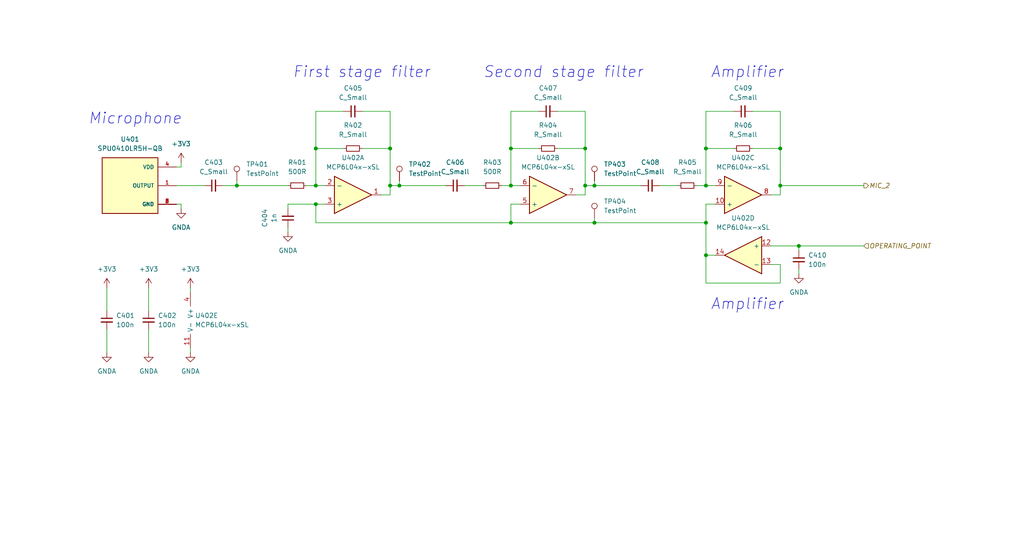
<source format=kicad_sch>
(kicad_sch (version 20211123) (generator eeschema)

  (uuid b4df7f51-da79-4a99-b073-bf34607d349d)

  (paper "User" 280.01 150.012)

  (lib_symbols
    (symbol "Amplifier_Operational:MCP6L04x-xSL" (in_bom yes) (on_board yes)
      (property "Reference" "U" (id 0) (at 0 3.81 0)
        (effects (font (size 1.27 1.27)) (justify left))
      )
      (property "Value" "MCP6L04x-xSL" (id 1) (at 0 -3.81 0)
        (effects (font (size 1.27 1.27)) (justify left))
      )
      (property "Footprint" "Package_SO:SOIC-14_3.9x8.7mm_P1.27mm" (id 2) (at 0 0 0)
        (effects (font (size 1.27 1.27)) hide)
      )
      (property "Datasheet" "http://ww1.microchip.com/downloads/en/devicedoc/22140b.pdf" (id 3) (at 0 0 0)
        (effects (font (size 1.27 1.27)) hide)
      )
      (property "ki_locked" "" (id 4) (at 0 0 0)
        (effects (font (size 1.27 1.27)))
      )
      (property "ki_keywords" "opamp vfa r2r rtr" (id 5) (at 0 0 0)
        (effects (font (size 1.27 1.27)) hide)
      )
      (property "ki_description" "Quad, 1 MHz, 85µA, Rail-to-Rail input and output, SOIC-14" (id 6) (at 0 0 0)
        (effects (font (size 1.27 1.27)) hide)
      )
      (property "ki_fp_filters" "SOIC*3.9x8.7mm*P1.27mm*" (id 7) (at 0 0 0)
        (effects (font (size 1.27 1.27)) hide)
      )
      (symbol "MCP6L04x-xSL_1_1"
        (polyline
          (pts
            (xy -5.08 5.08)
            (xy 5.08 0)
            (xy -5.08 -5.08)
            (xy -5.08 5.08)
          )
          (stroke (width 0.254) (type default) (color 0 0 0 0))
          (fill (type background))
        )
        (pin output line (at 7.62 0 180) (length 2.54)
          (name "~" (effects (font (size 1.27 1.27))))
          (number "1" (effects (font (size 1.27 1.27))))
        )
        (pin input line (at -7.62 -2.54 0) (length 2.54)
          (name "-" (effects (font (size 1.27 1.27))))
          (number "2" (effects (font (size 1.27 1.27))))
        )
        (pin input line (at -7.62 2.54 0) (length 2.54)
          (name "+" (effects (font (size 1.27 1.27))))
          (number "3" (effects (font (size 1.27 1.27))))
        )
      )
      (symbol "MCP6L04x-xSL_2_1"
        (polyline
          (pts
            (xy -5.08 5.08)
            (xy 5.08 0)
            (xy -5.08 -5.08)
            (xy -5.08 5.08)
          )
          (stroke (width 0.254) (type default) (color 0 0 0 0))
          (fill (type background))
        )
        (pin input line (at -7.62 2.54 0) (length 2.54)
          (name "+" (effects (font (size 1.27 1.27))))
          (number "5" (effects (font (size 1.27 1.27))))
        )
        (pin input line (at -7.62 -2.54 0) (length 2.54)
          (name "-" (effects (font (size 1.27 1.27))))
          (number "6" (effects (font (size 1.27 1.27))))
        )
        (pin output line (at 7.62 0 180) (length 2.54)
          (name "~" (effects (font (size 1.27 1.27))))
          (number "7" (effects (font (size 1.27 1.27))))
        )
      )
      (symbol "MCP6L04x-xSL_3_1"
        (polyline
          (pts
            (xy -5.08 5.08)
            (xy 5.08 0)
            (xy -5.08 -5.08)
            (xy -5.08 5.08)
          )
          (stroke (width 0.254) (type default) (color 0 0 0 0))
          (fill (type background))
        )
        (pin input line (at -7.62 2.54 0) (length 2.54)
          (name "+" (effects (font (size 1.27 1.27))))
          (number "10" (effects (font (size 1.27 1.27))))
        )
        (pin output line (at 7.62 0 180) (length 2.54)
          (name "~" (effects (font (size 1.27 1.27))))
          (number "8" (effects (font (size 1.27 1.27))))
        )
        (pin input line (at -7.62 -2.54 0) (length 2.54)
          (name "-" (effects (font (size 1.27 1.27))))
          (number "9" (effects (font (size 1.27 1.27))))
        )
      )
      (symbol "MCP6L04x-xSL_4_1"
        (polyline
          (pts
            (xy -5.08 5.08)
            (xy 5.08 0)
            (xy -5.08 -5.08)
            (xy -5.08 5.08)
          )
          (stroke (width 0.254) (type default) (color 0 0 0 0))
          (fill (type background))
        )
        (pin input line (at -7.62 2.54 0) (length 2.54)
          (name "+" (effects (font (size 1.27 1.27))))
          (number "12" (effects (font (size 1.27 1.27))))
        )
        (pin input line (at -7.62 -2.54 0) (length 2.54)
          (name "-" (effects (font (size 1.27 1.27))))
          (number "13" (effects (font (size 1.27 1.27))))
        )
        (pin output line (at 7.62 0 180) (length 2.54)
          (name "~" (effects (font (size 1.27 1.27))))
          (number "14" (effects (font (size 1.27 1.27))))
        )
      )
      (symbol "MCP6L04x-xSL_5_1"
        (pin power_in line (at -2.54 -7.62 90) (length 3.81)
          (name "V-" (effects (font (size 1.27 1.27))))
          (number "11" (effects (font (size 1.27 1.27))))
        )
        (pin power_in line (at -2.54 7.62 270) (length 3.81)
          (name "V+" (effects (font (size 1.27 1.27))))
          (number "4" (effects (font (size 1.27 1.27))))
        )
      )
    )
    (symbol "Connector:TestPoint" (pin_numbers hide) (pin_names (offset 0.762) hide) (in_bom yes) (on_board yes)
      (property "Reference" "TP" (id 0) (at 0 6.858 0)
        (effects (font (size 1.27 1.27)))
      )
      (property "Value" "TestPoint" (id 1) (at 0 5.08 0)
        (effects (font (size 1.27 1.27)))
      )
      (property "Footprint" "" (id 2) (at 5.08 0 0)
        (effects (font (size 1.27 1.27)) hide)
      )
      (property "Datasheet" "~" (id 3) (at 5.08 0 0)
        (effects (font (size 1.27 1.27)) hide)
      )
      (property "ki_keywords" "test point tp" (id 4) (at 0 0 0)
        (effects (font (size 1.27 1.27)) hide)
      )
      (property "ki_description" "test point" (id 5) (at 0 0 0)
        (effects (font (size 1.27 1.27)) hide)
      )
      (property "ki_fp_filters" "Pin* Test*" (id 6) (at 0 0 0)
        (effects (font (size 1.27 1.27)) hide)
      )
      (symbol "TestPoint_0_1"
        (circle (center 0 3.302) (radius 0.762)
          (stroke (width 0) (type default) (color 0 0 0 0))
          (fill (type none))
        )
      )
      (symbol "TestPoint_1_1"
        (pin passive line (at 0 0 90) (length 2.54)
          (name "1" (effects (font (size 1.27 1.27))))
          (number "1" (effects (font (size 1.27 1.27))))
        )
      )
    )
    (symbol "Device:C_Small" (pin_numbers hide) (pin_names (offset 0.254) hide) (in_bom yes) (on_board yes)
      (property "Reference" "C" (id 0) (at 0.254 1.778 0)
        (effects (font (size 1.27 1.27)) (justify left))
      )
      (property "Value" "C_Small" (id 1) (at 0.254 -2.032 0)
        (effects (font (size 1.27 1.27)) (justify left))
      )
      (property "Footprint" "" (id 2) (at 0 0 0)
        (effects (font (size 1.27 1.27)) hide)
      )
      (property "Datasheet" "~" (id 3) (at 0 0 0)
        (effects (font (size 1.27 1.27)) hide)
      )
      (property "ki_keywords" "capacitor cap" (id 4) (at 0 0 0)
        (effects (font (size 1.27 1.27)) hide)
      )
      (property "ki_description" "Unpolarized capacitor, small symbol" (id 5) (at 0 0 0)
        (effects (font (size 1.27 1.27)) hide)
      )
      (property "ki_fp_filters" "C_*" (id 6) (at 0 0 0)
        (effects (font (size 1.27 1.27)) hide)
      )
      (symbol "C_Small_0_1"
        (polyline
          (pts
            (xy -1.524 -0.508)
            (xy 1.524 -0.508)
          )
          (stroke (width 0.3302) (type default) (color 0 0 0 0))
          (fill (type none))
        )
        (polyline
          (pts
            (xy -1.524 0.508)
            (xy 1.524 0.508)
          )
          (stroke (width 0.3048) (type default) (color 0 0 0 0))
          (fill (type none))
        )
      )
      (symbol "C_Small_1_1"
        (pin passive line (at 0 2.54 270) (length 2.032)
          (name "~" (effects (font (size 1.27 1.27))))
          (number "1" (effects (font (size 1.27 1.27))))
        )
        (pin passive line (at 0 -2.54 90) (length 2.032)
          (name "~" (effects (font (size 1.27 1.27))))
          (number "2" (effects (font (size 1.27 1.27))))
        )
      )
    )
    (symbol "Device:R_Small" (pin_numbers hide) (pin_names (offset 0.254) hide) (in_bom yes) (on_board yes)
      (property "Reference" "R" (id 0) (at 0.762 0.508 0)
        (effects (font (size 1.27 1.27)) (justify left))
      )
      (property "Value" "R_Small" (id 1) (at 0.762 -1.016 0)
        (effects (font (size 1.27 1.27)) (justify left))
      )
      (property "Footprint" "" (id 2) (at 0 0 0)
        (effects (font (size 1.27 1.27)) hide)
      )
      (property "Datasheet" "~" (id 3) (at 0 0 0)
        (effects (font (size 1.27 1.27)) hide)
      )
      (property "ki_keywords" "R resistor" (id 4) (at 0 0 0)
        (effects (font (size 1.27 1.27)) hide)
      )
      (property "ki_description" "Resistor, small symbol" (id 5) (at 0 0 0)
        (effects (font (size 1.27 1.27)) hide)
      )
      (property "ki_fp_filters" "R_*" (id 6) (at 0 0 0)
        (effects (font (size 1.27 1.27)) hide)
      )
      (symbol "R_Small_0_1"
        (rectangle (start -0.762 1.778) (end 0.762 -1.778)
          (stroke (width 0.2032) (type default) (color 0 0 0 0))
          (fill (type none))
        )
      )
      (symbol "R_Small_1_1"
        (pin passive line (at 0 2.54 270) (length 0.762)
          (name "~" (effects (font (size 1.27 1.27))))
          (number "1" (effects (font (size 1.27 1.27))))
        )
        (pin passive line (at 0 -2.54 90) (length 0.762)
          (name "~" (effects (font (size 1.27 1.27))))
          (number "2" (effects (font (size 1.27 1.27))))
        )
      )
    )
    (symbol "SPU0410LR5H-QB:SPU0410LR5H-QB" (pin_names (offset 1.016)) (in_bom yes) (on_board yes)
      (property "Reference" "U" (id 0) (at -7.62 7.62 0)
        (effects (font (size 1.27 1.27)) (justify left bottom))
      )
      (property "Value" "SPU0410LR5H-QB" (id 1) (at -7.62 -10.16 0)
        (effects (font (size 1.27 1.27)) (justify left bottom))
      )
      (property "Footprint" "XDCR_SPU0410LR5H-QB" (id 2) (at 0 0 0)
        (effects (font (size 1.27 1.27)) (justify left bottom) hide)
      )
      (property "Datasheet" "" (id 3) (at 0 0 0)
        (effects (font (size 1.27 1.27)) (justify left bottom) hide)
      )
      (property "PARTREV" "H" (id 4) (at 0 0 0)
        (effects (font (size 1.27 1.27)) (justify left bottom) hide)
      )
      (property "STANDARD" "Manufacturer Recommendations" (id 5) (at 0 0 0)
        (effects (font (size 1.27 1.27)) (justify left bottom) hide)
      )
      (property "MANUFACTURER" "KNOWLES" (id 6) (at 0 0 0)
        (effects (font (size 1.27 1.27)) (justify left bottom) hide)
      )
      (property "ki_locked" "" (id 7) (at 0 0 0)
        (effects (font (size 1.27 1.27)))
      )
      (symbol "SPU0410LR5H-QB_0_0"
        (rectangle (start -7.62 -7.62) (end 7.62 7.62)
          (stroke (width 0.254) (type default) (color 0 0 0 0))
          (fill (type background))
        )
        (pin output line (at 12.7 0 180) (length 5.08)
          (name "OUTPUT" (effects (font (size 1.016 1.016))))
          (number "1" (effects (font (size 1.016 1.016))))
        )
        (pin power_in line (at 12.7 -5.08 180) (length 5.08)
          (name "GND" (effects (font (size 1.016 1.016))))
          (number "2" (effects (font (size 1.016 1.016))))
        )
        (pin power_in line (at 12.7 -5.08 180) (length 5.08)
          (name "GND" (effects (font (size 1.016 1.016))))
          (number "3" (effects (font (size 1.016 1.016))))
        )
        (pin power_in line (at 12.7 5.08 180) (length 5.08)
          (name "VDD" (effects (font (size 1.016 1.016))))
          (number "4" (effects (font (size 1.016 1.016))))
        )
        (pin power_in line (at 12.7 -5.08 180) (length 5.08)
          (name "GND" (effects (font (size 1.016 1.016))))
          (number "5" (effects (font (size 1.016 1.016))))
        )
        (pin power_in line (at 12.7 -5.08 180) (length 5.08)
          (name "GND" (effects (font (size 1.016 1.016))))
          (number "6" (effects (font (size 1.016 1.016))))
        )
      )
    )
    (symbol "power:+3V3" (power) (pin_names (offset 0)) (in_bom yes) (on_board yes)
      (property "Reference" "#PWR" (id 0) (at 0 -3.81 0)
        (effects (font (size 1.27 1.27)) hide)
      )
      (property "Value" "+3V3" (id 1) (at 0 3.556 0)
        (effects (font (size 1.27 1.27)))
      )
      (property "Footprint" "" (id 2) (at 0 0 0)
        (effects (font (size 1.27 1.27)) hide)
      )
      (property "Datasheet" "" (id 3) (at 0 0 0)
        (effects (font (size 1.27 1.27)) hide)
      )
      (property "ki_keywords" "power-flag" (id 4) (at 0 0 0)
        (effects (font (size 1.27 1.27)) hide)
      )
      (property "ki_description" "Power symbol creates a global label with name \"+3V3\"" (id 5) (at 0 0 0)
        (effects (font (size 1.27 1.27)) hide)
      )
      (symbol "+3V3_0_1"
        (polyline
          (pts
            (xy -0.762 1.27)
            (xy 0 2.54)
          )
          (stroke (width 0) (type default) (color 0 0 0 0))
          (fill (type none))
        )
        (polyline
          (pts
            (xy 0 0)
            (xy 0 2.54)
          )
          (stroke (width 0) (type default) (color 0 0 0 0))
          (fill (type none))
        )
        (polyline
          (pts
            (xy 0 2.54)
            (xy 0.762 1.27)
          )
          (stroke (width 0) (type default) (color 0 0 0 0))
          (fill (type none))
        )
      )
      (symbol "+3V3_1_1"
        (pin power_in line (at 0 0 90) (length 0) hide
          (name "+3V3" (effects (font (size 1.27 1.27))))
          (number "1" (effects (font (size 1.27 1.27))))
        )
      )
    )
    (symbol "power:GNDA" (power) (pin_names (offset 0)) (in_bom yes) (on_board yes)
      (property "Reference" "#PWR" (id 0) (at 0 -6.35 0)
        (effects (font (size 1.27 1.27)) hide)
      )
      (property "Value" "GNDA" (id 1) (at 0 -3.81 0)
        (effects (font (size 1.27 1.27)))
      )
      (property "Footprint" "" (id 2) (at 0 0 0)
        (effects (font (size 1.27 1.27)) hide)
      )
      (property "Datasheet" "" (id 3) (at 0 0 0)
        (effects (font (size 1.27 1.27)) hide)
      )
      (property "ki_keywords" "power-flag" (id 4) (at 0 0 0)
        (effects (font (size 1.27 1.27)) hide)
      )
      (property "ki_description" "Power symbol creates a global label with name \"GNDA\" , analog ground" (id 5) (at 0 0 0)
        (effects (font (size 1.27 1.27)) hide)
      )
      (symbol "GNDA_0_1"
        (polyline
          (pts
            (xy 0 0)
            (xy 0 -1.27)
            (xy 1.27 -1.27)
            (xy 0 -2.54)
            (xy -1.27 -1.27)
            (xy 0 -1.27)
          )
          (stroke (width 0) (type default) (color 0 0 0 0))
          (fill (type none))
        )
      )
      (symbol "GNDA_1_1"
        (pin power_in line (at 0 0 270) (length 0) hide
          (name "GNDA" (effects (font (size 1.27 1.27))))
          (number "1" (effects (font (size 1.27 1.27))))
        )
      )
    )
  )

  (junction (at 106.68 50.8) (diameter 0) (color 0 0 0 0)
    (uuid 054bd1f0-b5cd-4979-9dfb-0322e8f200f4)
  )
  (junction (at 64.77 50.8) (diameter 0) (color 0 0 0 0)
    (uuid 08208a5c-1341-4769-9ddf-e43521b9ea65)
  )
  (junction (at 139.7 60.96) (diameter 0) (color 0 0 0 0)
    (uuid 0c01df56-88ee-4122-8847-5a8e91a66f31)
  )
  (junction (at 86.36 55.88) (diameter 0) (color 0 0 0 0)
    (uuid 234b416c-1384-4270-84b5-fbbf272e7eac)
  )
  (junction (at 162.56 60.96) (diameter 0) (color 0 0 0 0)
    (uuid 2bd42f69-3898-4b40-8fa0-a7ba2ab2be40)
  )
  (junction (at 193.04 60.96) (diameter 0) (color 0 0 0 0)
    (uuid 3859ce6e-2d34-4ecc-95ae-2bfab3acd23f)
  )
  (junction (at 213.36 50.8) (diameter 0) (color 0 0 0 0)
    (uuid 56216422-1f0c-4232-a090-61440769fd93)
  )
  (junction (at 139.7 40.64) (diameter 0) (color 0 0 0 0)
    (uuid 5ab560ed-54c1-48b8-8688-c4285e5e5f98)
  )
  (junction (at 86.36 40.64) (diameter 0) (color 0 0 0 0)
    (uuid 5ee9988b-e869-493e-a0d1-d3e7139a0dac)
  )
  (junction (at 218.44 67.31) (diameter 0) (color 0 0 0 0)
    (uuid 63f8666a-8ad0-4dca-8251-9e85b0c02cba)
  )
  (junction (at 193.04 50.8) (diameter 0) (color 0 0 0 0)
    (uuid 7a625463-40c0-4bbb-a9b0-a57463813032)
  )
  (junction (at 86.36 50.8) (diameter 0) (color 0 0 0 0)
    (uuid 875bfb39-4c8e-4239-a734-d6f3b44f34bb)
  )
  (junction (at 162.56 50.8) (diameter 0) (color 0 0 0 0)
    (uuid 9e68aea8-8189-4f8d-ba3b-70cda7952f36)
  )
  (junction (at 160.02 40.64) (diameter 0) (color 0 0 0 0)
    (uuid a17cd8ed-6489-401d-a3cd-135d651d17a9)
  )
  (junction (at 106.68 40.64) (diameter 0) (color 0 0 0 0)
    (uuid c0391892-fa9f-4566-ba31-fc77309f60df)
  )
  (junction (at 139.7 50.8) (diameter 0) (color 0 0 0 0)
    (uuid ce24abb0-0c7b-4dc9-bc6f-4651181f036f)
  )
  (junction (at 160.02 50.8) (diameter 0) (color 0 0 0 0)
    (uuid db2d6b23-fc74-442a-9beb-9462f00c49aa)
  )
  (junction (at 193.04 69.85) (diameter 0) (color 0 0 0 0)
    (uuid eb019787-2b81-4e24-b0ca-d6c3c9b2dfb6)
  )
  (junction (at 213.36 40.64) (diameter 0) (color 0 0 0 0)
    (uuid f68396ba-4ede-412e-9ae8-045d05c539e2)
  )
  (junction (at 193.04 40.64) (diameter 0) (color 0 0 0 0)
    (uuid fa1fdbf9-4f16-44cd-80c0-c5a6da57255d)
  )
  (junction (at 109.22 50.8) (diameter 0) (color 0 0 0 0)
    (uuid fa4a656c-b3b1-4c92-8f3b-013535a52ac8)
  )

  (wire (pts (xy 139.7 40.64) (xy 139.7 50.8))
    (stroke (width 0) (type default) (color 0 0 0 0))
    (uuid 00c58a7c-2d40-41f2-bd49-b963dd12e583)
  )
  (wire (pts (xy 193.04 40.64) (xy 193.04 50.8))
    (stroke (width 0) (type default) (color 0 0 0 0))
    (uuid 04d24347-5972-41ef-908b-fb50087fb4fd)
  )
  (wire (pts (xy 213.36 50.8) (xy 236.22 50.8))
    (stroke (width 0) (type default) (color 0 0 0 0))
    (uuid 07796c13-92cc-4bb0-bfbf-6f6a4881788b)
  )
  (wire (pts (xy 29.21 78.74) (xy 29.21 85.09))
    (stroke (width 0) (type default) (color 0 0 0 0))
    (uuid 079298df-b6eb-4f73-8554-40250d909f06)
  )
  (wire (pts (xy 193.04 50.8) (xy 195.58 50.8))
    (stroke (width 0) (type default) (color 0 0 0 0))
    (uuid 07f6fa83-cb33-4a85-ba45-9e5c5f463d7c)
  )
  (wire (pts (xy 193.04 30.48) (xy 193.04 40.64))
    (stroke (width 0) (type default) (color 0 0 0 0))
    (uuid 084f59df-db99-43fd-830f-be258072c469)
  )
  (wire (pts (xy 190.5 50.8) (xy 193.04 50.8))
    (stroke (width 0) (type default) (color 0 0 0 0))
    (uuid 0a7a5bc3-2a5c-4508-83eb-d70369dc1f53)
  )
  (wire (pts (xy 152.4 40.64) (xy 160.02 40.64))
    (stroke (width 0) (type default) (color 0 0 0 0))
    (uuid 0fc82492-9f4d-478a-b18a-1bd15cd43df7)
  )
  (wire (pts (xy 210.82 72.39) (xy 213.36 72.39))
    (stroke (width 0) (type default) (color 0 0 0 0))
    (uuid 11bffa58-35b9-4252-af15-5cf2e2b0afd2)
  )
  (wire (pts (xy 152.4 30.48) (xy 160.02 30.48))
    (stroke (width 0) (type default) (color 0 0 0 0))
    (uuid 13e6a959-a637-4dc7-8985-15e3ca9c430f)
  )
  (wire (pts (xy 48.26 50.8) (xy 55.88 50.8))
    (stroke (width 0) (type default) (color 0 0 0 0))
    (uuid 16bd8d30-508f-4fdd-b0b4-d3a0e20d20a5)
  )
  (wire (pts (xy 162.56 59.69) (xy 162.56 60.96))
    (stroke (width 0) (type default) (color 0 0 0 0))
    (uuid 1e903460-7673-4db6-9302-4e4135a143b2)
  )
  (wire (pts (xy 109.22 50.8) (xy 121.92 50.8))
    (stroke (width 0) (type default) (color 0 0 0 0))
    (uuid 2305ea45-1454-43a4-bfe9-70874f4312a5)
  )
  (wire (pts (xy 142.24 55.88) (xy 139.7 55.88))
    (stroke (width 0) (type default) (color 0 0 0 0))
    (uuid 23819040-abe5-4bcb-a0e4-ddfbcba79cfb)
  )
  (wire (pts (xy 193.04 55.88) (xy 193.04 60.96))
    (stroke (width 0) (type default) (color 0 0 0 0))
    (uuid 2a1cc025-a76c-4988-a8c8-2a584cd4e39d)
  )
  (wire (pts (xy 147.32 30.48) (xy 139.7 30.48))
    (stroke (width 0) (type default) (color 0 0 0 0))
    (uuid 2a9a88ea-ccd5-45d4-958f-0238bb185f36)
  )
  (wire (pts (xy 93.98 40.64) (xy 86.36 40.64))
    (stroke (width 0) (type default) (color 0 0 0 0))
    (uuid 2ad3c59d-a068-4b17-9a74-362713b428b3)
  )
  (wire (pts (xy 213.36 40.64) (xy 213.36 50.8))
    (stroke (width 0) (type default) (color 0 0 0 0))
    (uuid 30e2e7a9-59d2-49d8-a7e1-0d0ab416e008)
  )
  (wire (pts (xy 193.04 69.85) (xy 195.58 69.85))
    (stroke (width 0) (type default) (color 0 0 0 0))
    (uuid 31a42512-d4bb-4151-8070-3c04df723e70)
  )
  (wire (pts (xy 64.77 49.53) (xy 64.77 50.8))
    (stroke (width 0) (type default) (color 0 0 0 0))
    (uuid 32e5ef1c-8028-4dc6-be39-55636e3d298d)
  )
  (wire (pts (xy 200.66 40.64) (xy 193.04 40.64))
    (stroke (width 0) (type default) (color 0 0 0 0))
    (uuid 3c4c0d9b-5dd6-4407-9b37-f64256c6115f)
  )
  (wire (pts (xy 86.36 30.48) (xy 86.36 40.64))
    (stroke (width 0) (type default) (color 0 0 0 0))
    (uuid 402493dd-91a1-4465-98a0-79bee745fdb3)
  )
  (wire (pts (xy 93.98 30.48) (xy 86.36 30.48))
    (stroke (width 0) (type default) (color 0 0 0 0))
    (uuid 43148bb3-ca1e-47f9-8c35-0415561f1e8b)
  )
  (wire (pts (xy 218.44 67.31) (xy 218.44 68.58))
    (stroke (width 0) (type default) (color 0 0 0 0))
    (uuid 44092638-095a-49e1-a6f5-3ae6f1cbcb54)
  )
  (wire (pts (xy 160.02 53.34) (xy 160.02 50.8))
    (stroke (width 0) (type default) (color 0 0 0 0))
    (uuid 4a2bf28c-ffff-44f2-99de-01dc71dc3c90)
  )
  (wire (pts (xy 213.36 72.39) (xy 213.36 77.47))
    (stroke (width 0) (type default) (color 0 0 0 0))
    (uuid 4cb79923-3963-42c3-ba0c-50490d382873)
  )
  (wire (pts (xy 157.48 53.34) (xy 160.02 53.34))
    (stroke (width 0) (type default) (color 0 0 0 0))
    (uuid 513abae2-9007-454a-9154-050a392f40ce)
  )
  (wire (pts (xy 195.58 55.88) (xy 193.04 55.88))
    (stroke (width 0) (type default) (color 0 0 0 0))
    (uuid 5866aec2-42ec-4027-bc13-2b1c8efdc4b8)
  )
  (wire (pts (xy 210.82 67.31) (xy 218.44 67.31))
    (stroke (width 0) (type default) (color 0 0 0 0))
    (uuid 5c27096f-7f9e-4005-9db3-f62d1f0e4567)
  )
  (wire (pts (xy 139.7 60.96) (xy 162.56 60.96))
    (stroke (width 0) (type default) (color 0 0 0 0))
    (uuid 5dca6904-88a1-445a-8a07-0d5e882ef02b)
  )
  (wire (pts (xy 137.16 50.8) (xy 139.7 50.8))
    (stroke (width 0) (type default) (color 0 0 0 0))
    (uuid 6046b116-ce9e-4cfc-b5be-4b1903c633f8)
  )
  (wire (pts (xy 78.74 55.88) (xy 86.36 55.88))
    (stroke (width 0) (type default) (color 0 0 0 0))
    (uuid 61cc14e9-8f20-49ab-9caa-73f54381f8e3)
  )
  (wire (pts (xy 160.02 50.8) (xy 162.56 50.8))
    (stroke (width 0) (type default) (color 0 0 0 0))
    (uuid 679f0eed-f28d-4d4d-8031-99d6803aceb3)
  )
  (wire (pts (xy 160.02 40.64) (xy 160.02 50.8))
    (stroke (width 0) (type default) (color 0 0 0 0))
    (uuid 6854a902-b4e3-4fb6-99db-c9ba6500bb43)
  )
  (wire (pts (xy 162.56 60.96) (xy 193.04 60.96))
    (stroke (width 0) (type default) (color 0 0 0 0))
    (uuid 6b2f5222-506e-42d5-8c2a-f514649cbfd8)
  )
  (wire (pts (xy 106.68 30.48) (xy 106.68 40.64))
    (stroke (width 0) (type default) (color 0 0 0 0))
    (uuid 704a245d-caac-4a54-af22-40a4d3cd4736)
  )
  (wire (pts (xy 60.96 50.8) (xy 64.77 50.8))
    (stroke (width 0) (type default) (color 0 0 0 0))
    (uuid 72400621-f0e8-4f97-80ad-ffab959b2964)
  )
  (wire (pts (xy 86.36 50.8) (xy 88.9 50.8))
    (stroke (width 0) (type default) (color 0 0 0 0))
    (uuid 79cfc3ea-a99a-4231-b143-281ac249d101)
  )
  (wire (pts (xy 200.66 30.48) (xy 193.04 30.48))
    (stroke (width 0) (type default) (color 0 0 0 0))
    (uuid 7bcc93eb-7c66-44aa-81f1-ac62d0704b9b)
  )
  (wire (pts (xy 162.56 49.53) (xy 162.56 50.8))
    (stroke (width 0) (type default) (color 0 0 0 0))
    (uuid 80839d78-ce4a-4403-aefa-cf3f996895d7)
  )
  (wire (pts (xy 127 50.8) (xy 132.08 50.8))
    (stroke (width 0) (type default) (color 0 0 0 0))
    (uuid 835ebb1a-e71a-41a7-b9b9-6e6f1c625eb1)
  )
  (wire (pts (xy 160.02 30.48) (xy 160.02 40.64))
    (stroke (width 0) (type default) (color 0 0 0 0))
    (uuid 8608a3fd-e710-443e-8c9d-34eae17b5614)
  )
  (wire (pts (xy 104.14 53.34) (xy 106.68 53.34))
    (stroke (width 0) (type default) (color 0 0 0 0))
    (uuid 90199faf-e19a-4bda-9819-7d6a2648dab6)
  )
  (wire (pts (xy 78.74 57.15) (xy 78.74 55.88))
    (stroke (width 0) (type default) (color 0 0 0 0))
    (uuid 940f8aaf-e697-498e-8358-d5bdacd4f087)
  )
  (wire (pts (xy 78.74 62.23) (xy 78.74 63.5))
    (stroke (width 0) (type default) (color 0 0 0 0))
    (uuid 962d9ce3-d63c-415b-9f56-a3fa45ce61f5)
  )
  (wire (pts (xy 52.07 95.25) (xy 52.07 96.52))
    (stroke (width 0) (type default) (color 0 0 0 0))
    (uuid 990d7f7d-abc3-4117-ba12-22122a4033b6)
  )
  (wire (pts (xy 205.74 30.48) (xy 213.36 30.48))
    (stroke (width 0) (type default) (color 0 0 0 0))
    (uuid a0488296-bfdd-4f5a-9e8f-533386bbfe44)
  )
  (wire (pts (xy 139.7 50.8) (xy 142.24 50.8))
    (stroke (width 0) (type default) (color 0 0 0 0))
    (uuid a225938f-41db-4e89-a84c-553ca513e84f)
  )
  (wire (pts (xy 83.82 50.8) (xy 86.36 50.8))
    (stroke (width 0) (type default) (color 0 0 0 0))
    (uuid a3a7e06e-4bdc-403f-8ce0-a7d17b7d414b)
  )
  (wire (pts (xy 106.68 50.8) (xy 109.22 50.8))
    (stroke (width 0) (type default) (color 0 0 0 0))
    (uuid a56709d8-34cc-4cbb-a61e-537382644135)
  )
  (wire (pts (xy 64.77 50.8) (xy 78.74 50.8))
    (stroke (width 0) (type default) (color 0 0 0 0))
    (uuid aec8a69d-dcb3-447b-bc71-1f29ae9ed596)
  )
  (wire (pts (xy 139.7 60.96) (xy 86.36 60.96))
    (stroke (width 0) (type default) (color 0 0 0 0))
    (uuid afee2090-1196-49f3-889e-10d9fed44b1f)
  )
  (wire (pts (xy 213.36 30.48) (xy 213.36 40.64))
    (stroke (width 0) (type default) (color 0 0 0 0))
    (uuid b0ed0c06-888c-419b-9812-591714adf85b)
  )
  (wire (pts (xy 99.06 30.48) (xy 106.68 30.48))
    (stroke (width 0) (type default) (color 0 0 0 0))
    (uuid b1dc4450-ef27-4d90-a7df-529680139d47)
  )
  (wire (pts (xy 210.82 53.34) (xy 213.36 53.34))
    (stroke (width 0) (type default) (color 0 0 0 0))
    (uuid b2c06410-d376-475d-b544-f9998d15a9be)
  )
  (wire (pts (xy 193.04 69.85) (xy 193.04 60.96))
    (stroke (width 0) (type default) (color 0 0 0 0))
    (uuid b38d1a55-b538-4503-8b53-94dcda73a80e)
  )
  (wire (pts (xy 193.04 77.47) (xy 193.04 69.85))
    (stroke (width 0) (type default) (color 0 0 0 0))
    (uuid b727183d-e57f-4ee8-b6fc-2e081106ea62)
  )
  (wire (pts (xy 99.06 40.64) (xy 106.68 40.64))
    (stroke (width 0) (type default) (color 0 0 0 0))
    (uuid b89a0bc8-7458-49e2-9b37-ee8630389c38)
  )
  (wire (pts (xy 205.74 40.64) (xy 213.36 40.64))
    (stroke (width 0) (type default) (color 0 0 0 0))
    (uuid bbf40b80-5933-49d9-af09-31ce7846b1bd)
  )
  (wire (pts (xy 29.21 90.17) (xy 29.21 96.52))
    (stroke (width 0) (type default) (color 0 0 0 0))
    (uuid bd161465-0176-427b-96be-b892cb16a21d)
  )
  (wire (pts (xy 180.34 50.8) (xy 185.42 50.8))
    (stroke (width 0) (type default) (color 0 0 0 0))
    (uuid beff5d3b-8fe6-4bc4-b9db-62dbce91741a)
  )
  (wire (pts (xy 40.64 90.17) (xy 40.64 96.52))
    (stroke (width 0) (type default) (color 0 0 0 0))
    (uuid c1f90227-0ef0-4148-b7a3-6111ff4733cf)
  )
  (wire (pts (xy 49.53 55.88) (xy 49.53 57.15))
    (stroke (width 0) (type default) (color 0 0 0 0))
    (uuid c314274e-bfc7-4f59-ae9f-7fdd8ee0f901)
  )
  (wire (pts (xy 106.68 40.64) (xy 106.68 50.8))
    (stroke (width 0) (type default) (color 0 0 0 0))
    (uuid c4f823fb-dde8-4d91-b4d0-7eccd211581e)
  )
  (wire (pts (xy 106.68 53.34) (xy 106.68 50.8))
    (stroke (width 0) (type default) (color 0 0 0 0))
    (uuid cb9e3568-d25f-46f8-aafa-8b39a8dae329)
  )
  (wire (pts (xy 213.36 53.34) (xy 213.36 50.8))
    (stroke (width 0) (type default) (color 0 0 0 0))
    (uuid d4114bbf-70ff-48e6-bec6-5b568f1e5c0f)
  )
  (wire (pts (xy 218.44 73.66) (xy 218.44 74.93))
    (stroke (width 0) (type default) (color 0 0 0 0))
    (uuid d553f479-5486-4d69-95d5-28dd6d0669a8)
  )
  (wire (pts (xy 86.36 60.96) (xy 86.36 55.88))
    (stroke (width 0) (type default) (color 0 0 0 0))
    (uuid d58423a4-34bb-40e9-8684-b4725e9a5012)
  )
  (wire (pts (xy 86.36 55.88) (xy 88.9 55.88))
    (stroke (width 0) (type default) (color 0 0 0 0))
    (uuid dc03ffe8-fb32-4984-a235-e6741baf5b28)
  )
  (wire (pts (xy 49.53 45.72) (xy 49.53 44.45))
    (stroke (width 0) (type default) (color 0 0 0 0))
    (uuid dd3edb02-e74f-4bc9-97e4-7baf1b205724)
  )
  (wire (pts (xy 48.26 45.72) (xy 49.53 45.72))
    (stroke (width 0) (type default) (color 0 0 0 0))
    (uuid e0f531ff-785c-4e02-ba41-236dcc0d7952)
  )
  (wire (pts (xy 218.44 67.31) (xy 236.22 67.31))
    (stroke (width 0) (type default) (color 0 0 0 0))
    (uuid e252633b-7848-4435-953d-eabbe5746061)
  )
  (wire (pts (xy 162.56 50.8) (xy 175.26 50.8))
    (stroke (width 0) (type default) (color 0 0 0 0))
    (uuid e3c67678-ee8f-4b71-8ecd-7b9c67ed283b)
  )
  (wire (pts (xy 52.07 78.74) (xy 52.07 80.01))
    (stroke (width 0) (type default) (color 0 0 0 0))
    (uuid e6f1df14-6035-4a81-8c87-032df243e8e3)
  )
  (wire (pts (xy 213.36 77.47) (xy 193.04 77.47))
    (stroke (width 0) (type default) (color 0 0 0 0))
    (uuid e74cc7c5-e623-4d2f-a9f8-1b2cb71df619)
  )
  (wire (pts (xy 139.7 30.48) (xy 139.7 40.64))
    (stroke (width 0) (type default) (color 0 0 0 0))
    (uuid e8032752-2320-42ce-bbc2-1ee3dc6bc55e)
  )
  (wire (pts (xy 139.7 40.64) (xy 147.32 40.64))
    (stroke (width 0) (type default) (color 0 0 0 0))
    (uuid e8f89432-de20-4018-9cf4-8f0aa9a850cb)
  )
  (wire (pts (xy 40.64 78.74) (xy 40.64 85.09))
    (stroke (width 0) (type default) (color 0 0 0 0))
    (uuid eb4f0797-bcfd-4923-92fe-fe7f6f67070b)
  )
  (wire (pts (xy 48.26 55.88) (xy 49.53 55.88))
    (stroke (width 0) (type default) (color 0 0 0 0))
    (uuid f1203aac-8da8-405f-b82c-afb555046fa1)
  )
  (wire (pts (xy 86.36 40.64) (xy 86.36 50.8))
    (stroke (width 0) (type default) (color 0 0 0 0))
    (uuid f701663c-44ac-4557-afb8-aa71a52a9d3e)
  )
  (wire (pts (xy 139.7 55.88) (xy 139.7 60.96))
    (stroke (width 0) (type default) (color 0 0 0 0))
    (uuid f8040a75-51a5-49a3-b092-b3c65e3bdb26)
  )
  (wire (pts (xy 109.22 49.53) (xy 109.22 50.8))
    (stroke (width 0) (type default) (color 0 0 0 0))
    (uuid fd9adc6a-c35e-4f34-934f-f9786ebdf630)
  )

  (text "Amplifier" (at 194.31 21.59 0)
    (effects (font (size 3 3) italic) (justify left bottom))
    (uuid 1f8b1e39-d8ef-4b93-bd16-a549c8f98d4e)
  )
  (text "Amplifier" (at 194.31 85.09 0)
    (effects (font (size 3 3) italic) (justify left bottom))
    (uuid 6c2a8855-5ea2-493c-bd85-6603ba14731d)
  )
  (text "First stage filter" (at 80.01 21.59 0)
    (effects (font (size 3 3) italic) (justify left bottom))
    (uuid 6c9a5aef-2641-46b6-8913-656926e8a2e1)
  )
  (text "Second stage filter" (at 132.08 21.59 0)
    (effects (font (size 3 3) italic) (justify left bottom))
    (uuid a5b7ee8d-458f-47cf-836e-b942a0d2bd19)
  )
  (text "Microphone" (at 24.13 34.29 0)
    (effects (font (size 3 3) italic) (justify left bottom))
    (uuid b4e31c93-cfca-4420-9cd0-79949d4fb954)
  )

  (hierarchical_label "MIC_2" (shape output) (at 236.22 50.8 0)
    (effects (font (size 1.27 1.27) italic) (justify left))
    (uuid 99f5f0e6-3be0-4245-856c-bf4ca9eb0d8b)
  )
  (hierarchical_label "OPERATING_POINT" (shape input) (at 236.22 67.31 0)
    (effects (font (size 1.27 1.27) italic) (justify left))
    (uuid bce85cbe-72ec-435a-85b7-f7d137994f36)
  )

  (symbol (lib_id "Device:R_Small") (at 149.86 40.64 90) (unit 1)
    (in_bom yes) (on_board yes) (fields_autoplaced)
    (uuid 03b6809e-2af7-4b8b-8710-6abcce4b14fb)
    (property "Reference" "R404" (id 0) (at 149.86 34.29 90))
    (property "Value" "R_Small" (id 1) (at 149.86 36.83 90))
    (property "Footprint" "Resistor_SMD:R_0603_1608Metric" (id 2) (at 149.86 40.64 0)
      (effects (font (size 1.27 1.27)) hide)
    )
    (property "Datasheet" "~" (id 3) (at 149.86 40.64 0)
      (effects (font (size 1.27 1.27)) hide)
    )
    (pin "1" (uuid 0124ce7e-a35f-441b-a2cf-8d67dbce83a0))
    (pin "2" (uuid 1eb6dcb6-9f92-43b2-829c-6f4f803c0d97))
  )

  (symbol (lib_id "Device:C_Small") (at 203.2 30.48 90) (unit 1)
    (in_bom yes) (on_board yes) (fields_autoplaced)
    (uuid 05147851-44ed-4b1f-91aa-b2de848329ad)
    (property "Reference" "C409" (id 0) (at 203.2063 24.13 90))
    (property "Value" "C_Small" (id 1) (at 203.2063 26.67 90))
    (property "Footprint" "Capacitor_SMD:C_0603_1608Metric" (id 2) (at 203.2 30.48 0)
      (effects (font (size 1.27 1.27)) hide)
    )
    (property "Datasheet" "~" (id 3) (at 203.2 30.48 0)
      (effects (font (size 1.27 1.27)) hide)
    )
    (pin "1" (uuid e7c635ce-5027-4d59-81d8-302299abd535))
    (pin "2" (uuid 977877ab-c7c5-47a8-bc7a-9d78c65b4305))
  )

  (symbol (lib_id "power:+3V3") (at 29.21 78.74 0) (unit 1)
    (in_bom yes) (on_board yes) (fields_autoplaced)
    (uuid 0701cc19-1f0d-4673-968b-dc4283fb834f)
    (property "Reference" "#PWR0401" (id 0) (at 29.21 82.55 0)
      (effects (font (size 1.27 1.27)) hide)
    )
    (property "Value" "+3V3" (id 1) (at 29.21 73.66 0))
    (property "Footprint" "" (id 2) (at 29.21 78.74 0)
      (effects (font (size 1.27 1.27)) hide)
    )
    (property "Datasheet" "" (id 3) (at 29.21 78.74 0)
      (effects (font (size 1.27 1.27)) hide)
    )
    (pin "1" (uuid 3ff9dc48-3dea-4a20-aced-4f1257996344))
  )

  (symbol (lib_id "Device:C_Small") (at 218.44 71.12 0) (unit 1)
    (in_bom yes) (on_board yes) (fields_autoplaced)
    (uuid 0b15c320-2afe-4696-8a54-49ca0d2f82fb)
    (property "Reference" "C410" (id 0) (at 220.98 69.8562 0)
      (effects (font (size 1.27 1.27)) (justify left))
    )
    (property "Value" "100n" (id 1) (at 220.98 72.3962 0)
      (effects (font (size 1.27 1.27)) (justify left))
    )
    (property "Footprint" "Capacitor_SMD:C_0603_1608Metric" (id 2) (at 218.44 71.12 0)
      (effects (font (size 1.27 1.27)) hide)
    )
    (property "Datasheet" "~" (id 3) (at 218.44 71.12 0)
      (effects (font (size 1.27 1.27)) hide)
    )
    (pin "1" (uuid ab7d64b0-0ca4-4e59-8202-f0262ceab673))
    (pin "2" (uuid 75d619af-e188-40c4-87ad-95abd57b07a1))
  )

  (symbol (lib_id "Amplifier_Operational:MCP6L04x-xSL") (at 149.86 53.34 0) (mirror x) (unit 2)
    (in_bom yes) (on_board yes) (fields_autoplaced)
    (uuid 0d8826c3-f8ba-4e70-8225-c7600dc2d721)
    (property "Reference" "U402" (id 0) (at 149.86 43.18 0))
    (property "Value" "MCP6L04x-xSL" (id 1) (at 149.86 45.72 0))
    (property "Footprint" "Package_SO:SOIC-14_3.9x8.7mm_P1.27mm" (id 2) (at 149.86 53.34 0)
      (effects (font (size 1.27 1.27)) hide)
    )
    (property "Datasheet" "http://ww1.microchip.com/downloads/en/devicedoc/22140b.pdf" (id 3) (at 149.86 53.34 0)
      (effects (font (size 1.27 1.27)) hide)
    )
    (pin "1" (uuid c8d4b17a-8804-4868-be75-ae53f97e62e5))
    (pin "2" (uuid a1dbbacd-506e-4bcf-ac7c-f0a26b5508cd))
    (pin "3" (uuid 29fcfaaa-28a1-4117-9738-0d76a4299572))
    (pin "5" (uuid 393729be-28ff-4145-a633-0babbe463406))
    (pin "6" (uuid 01bb0ded-26f0-451c-b449-41601bba92b6))
    (pin "7" (uuid dc60e920-8cf2-4aee-8dd6-1cd274f20c66))
    (pin "10" (uuid 2cead038-b8b9-4700-8b9b-4debcdd6a20d))
    (pin "8" (uuid dfa1259d-ec02-4f71-92e7-e317b476c942))
    (pin "9" (uuid 4fe947ab-4c3a-426f-8a1d-dc55a0368240))
    (pin "12" (uuid f56029b1-bd98-489c-b7e2-8e68e3c3aba8))
    (pin "13" (uuid cb93d629-27a6-439c-924a-107d8681ae35))
    (pin "14" (uuid 1efa87f6-cc16-47ff-bf00-80ba7a534914))
    (pin "11" (uuid 7569f999-78e3-4d5e-96f5-030f6c922126))
    (pin "4" (uuid 8ef8f30b-dac5-4a99-8358-e84e8ac709f3))
  )

  (symbol (lib_id "power:GNDA") (at 40.64 96.52 0) (unit 1)
    (in_bom yes) (on_board yes) (fields_autoplaced)
    (uuid 12e295f7-63e0-44e2-88cd-941259e436b0)
    (property "Reference" "#PWR0404" (id 0) (at 40.64 102.87 0)
      (effects (font (size 1.27 1.27)) hide)
    )
    (property "Value" "GNDA" (id 1) (at 40.64 101.6 0))
    (property "Footprint" "" (id 2) (at 40.64 96.52 0)
      (effects (font (size 1.27 1.27)) hide)
    )
    (property "Datasheet" "" (id 3) (at 40.64 96.52 0)
      (effects (font (size 1.27 1.27)) hide)
    )
    (pin "1" (uuid 0b8afb6e-799c-4fb8-aa7d-6959b964d5ad))
  )

  (symbol (lib_id "Connector:TestPoint") (at 64.77 49.53 0) (unit 1)
    (in_bom yes) (on_board yes)
    (uuid 1366357d-691f-4516-b2f2-2a06b9a98ed9)
    (property "Reference" "TP401" (id 0) (at 67.31 44.9579 0)
      (effects (font (size 1.27 1.27)) (justify left))
    )
    (property "Value" "TestPoint" (id 1) (at 67.31 47.4979 0)
      (effects (font (size 1.27 1.27)) (justify left))
    )
    (property "Footprint" "TestPoint:TestPoint_Pad_D1.0mm" (id 2) (at 69.85 49.53 0)
      (effects (font (size 1.27 1.27)) hide)
    )
    (property "Datasheet" "~" (id 3) (at 69.85 49.53 0)
      (effects (font (size 1.27 1.27)) hide)
    )
    (pin "1" (uuid 2b15587d-7e87-4121-b56e-39aa37bf8e31))
  )

  (symbol (lib_id "Amplifier_Operational:MCP6L04x-xSL") (at 203.2 69.85 0) (mirror y) (unit 4)
    (in_bom yes) (on_board yes)
    (uuid 15556fe1-3585-4139-9b0c-8e4cb386e974)
    (property "Reference" "U402" (id 0) (at 203.2 59.69 0))
    (property "Value" "MCP6L04x-xSL" (id 1) (at 203.2 62.23 0))
    (property "Footprint" "Package_SO:SOIC-14_3.9x8.7mm_P1.27mm" (id 2) (at 203.2 69.85 0)
      (effects (font (size 1.27 1.27)) hide)
    )
    (property "Datasheet" "http://ww1.microchip.com/downloads/en/devicedoc/22140b.pdf" (id 3) (at 203.2 69.85 0)
      (effects (font (size 1.27 1.27)) hide)
    )
    (pin "1" (uuid 79c34424-c142-4210-aea4-f9702959b6c2))
    (pin "2" (uuid 8d08a7af-ae90-4998-8d32-9e164ea9c3d3))
    (pin "3" (uuid d31eaf7b-9148-4394-b523-a34efda08456))
    (pin "5" (uuid 56d02b50-1053-4b47-b1b7-35da807b2570))
    (pin "6" (uuid 9741c7f5-dab1-4114-8e08-4c9bcf3b4339))
    (pin "7" (uuid 70eea76e-dfbd-4981-8eb9-2553e67e80bc))
    (pin "10" (uuid d41945c1-b24f-4042-a342-a61c2bed1bb3))
    (pin "8" (uuid fad2bdb3-d6bd-490b-b44d-4f2b8fdd8ec8))
    (pin "9" (uuid 13ba7678-644e-4afc-864b-e91dab243154))
    (pin "12" (uuid 68aeefda-bf61-4c8b-802d-90d42b3b5a71))
    (pin "13" (uuid 328a124b-d07f-45fa-94be-78bba733f0b4))
    (pin "14" (uuid 6ee7c415-715c-44ea-9acd-135d8f601d2d))
    (pin "11" (uuid e7d2dadd-d84d-4252-b895-40e63af26ca1))
    (pin "4" (uuid f948c494-bf6c-4ad3-b013-6faeec642f8d))
  )

  (symbol (lib_id "Device:C_Small") (at 177.8 50.8 90) (unit 1)
    (in_bom yes) (on_board yes) (fields_autoplaced)
    (uuid 1814ff38-6a8c-4362-8b71-54e95cbf5644)
    (property "Reference" "C408" (id 0) (at 177.8063 44.45 90))
    (property "Value" "C_Small" (id 1) (at 177.8063 46.99 90))
    (property "Footprint" "Capacitor_SMD:C_0603_1608Metric" (id 2) (at 177.8 50.8 0)
      (effects (font (size 1.27 1.27)) hide)
    )
    (property "Datasheet" "~" (id 3) (at 177.8 50.8 0)
      (effects (font (size 1.27 1.27)) hide)
    )
    (pin "1" (uuid fd892c9f-3d97-49ae-a759-cc65b0522e78))
    (pin "2" (uuid f87120ba-8903-468a-8bf2-30cbbda18ad3))
  )

  (symbol (lib_id "power:GNDA") (at 78.74 63.5 0) (unit 1)
    (in_bom yes) (on_board yes) (fields_autoplaced)
    (uuid 3240c05f-a7bd-4804-9e1c-8ac38d4e7eef)
    (property "Reference" "#PWR0409" (id 0) (at 78.74 69.85 0)
      (effects (font (size 1.27 1.27)) hide)
    )
    (property "Value" "GNDA" (id 1) (at 78.74 68.58 0))
    (property "Footprint" "" (id 2) (at 78.74 63.5 0)
      (effects (font (size 1.27 1.27)) hide)
    )
    (property "Datasheet" "" (id 3) (at 78.74 63.5 0)
      (effects (font (size 1.27 1.27)) hide)
    )
    (pin "1" (uuid 4bb6520e-1615-4813-8dcb-4df2bd4f82c1))
  )

  (symbol (lib_id "Device:C_Small") (at 78.74 59.69 180) (unit 1)
    (in_bom yes) (on_board yes)
    (uuid 35aa58f0-c734-4640-a2a5-4c731c59b71f)
    (property "Reference" "C404" (id 0) (at 72.39 59.6837 90))
    (property "Value" "1n" (id 1) (at 74.93 59.6837 90))
    (property "Footprint" "Capacitor_SMD:C_0603_1608Metric" (id 2) (at 78.74 59.69 0)
      (effects (font (size 1.27 1.27)) hide)
    )
    (property "Datasheet" "~" (id 3) (at 78.74 59.69 0)
      (effects (font (size 1.27 1.27)) hide)
    )
    (pin "1" (uuid f2fd6e44-df41-4616-84dc-69392a63446b))
    (pin "2" (uuid e03ad27b-0331-4444-bda9-ed5e477dd7b1))
  )

  (symbol (lib_id "power:+3V3") (at 40.64 78.74 0) (unit 1)
    (in_bom yes) (on_board yes) (fields_autoplaced)
    (uuid 3c0d39d2-a006-42cf-aad4-8c9122e7d07b)
    (property "Reference" "#PWR0403" (id 0) (at 40.64 82.55 0)
      (effects (font (size 1.27 1.27)) hide)
    )
    (property "Value" "+3V3" (id 1) (at 40.64 73.66 0))
    (property "Footprint" "" (id 2) (at 40.64 78.74 0)
      (effects (font (size 1.27 1.27)) hide)
    )
    (property "Datasheet" "" (id 3) (at 40.64 78.74 0)
      (effects (font (size 1.27 1.27)) hide)
    )
    (pin "1" (uuid 2574489a-39a1-4764-a824-37967be4a96f))
  )

  (symbol (lib_id "power:GNDA") (at 29.21 96.52 0) (unit 1)
    (in_bom yes) (on_board yes) (fields_autoplaced)
    (uuid 44a06cfa-f285-4af2-9382-bc08e1d30c43)
    (property "Reference" "#PWR0402" (id 0) (at 29.21 102.87 0)
      (effects (font (size 1.27 1.27)) hide)
    )
    (property "Value" "GNDA" (id 1) (at 29.21 101.6 0))
    (property "Footprint" "" (id 2) (at 29.21 96.52 0)
      (effects (font (size 1.27 1.27)) hide)
    )
    (property "Datasheet" "" (id 3) (at 29.21 96.52 0)
      (effects (font (size 1.27 1.27)) hide)
    )
    (pin "1" (uuid 2be87de5-64ec-44e0-9540-a63017001d87))
  )

  (symbol (lib_id "Device:R_Small") (at 187.96 50.8 90) (unit 1)
    (in_bom yes) (on_board yes) (fields_autoplaced)
    (uuid 502997a3-6185-45df-8d35-ac3e94fdb661)
    (property "Reference" "R405" (id 0) (at 187.96 44.45 90))
    (property "Value" "R_Small" (id 1) (at 187.96 46.99 90))
    (property "Footprint" "Resistor_SMD:R_0603_1608Metric" (id 2) (at 187.96 50.8 0)
      (effects (font (size 1.27 1.27)) hide)
    )
    (property "Datasheet" "~" (id 3) (at 187.96 50.8 0)
      (effects (font (size 1.27 1.27)) hide)
    )
    (pin "1" (uuid 08b96ee6-6f72-4038-8fa9-af8b523e2474))
    (pin "2" (uuid c5ec2b31-ba9b-4e94-964e-7dc4021fe5ac))
  )

  (symbol (lib_id "Connector:TestPoint") (at 162.56 49.53 0) (unit 1)
    (in_bom yes) (on_board yes)
    (uuid 53367748-49a1-460b-817f-53e0d581a982)
    (property "Reference" "TP403" (id 0) (at 165.1 44.9579 0)
      (effects (font (size 1.27 1.27)) (justify left))
    )
    (property "Value" "TestPoint" (id 1) (at 165.1 47.4979 0)
      (effects (font (size 1.27 1.27)) (justify left))
    )
    (property "Footprint" "TestPoint:TestPoint_Pad_D1.0mm" (id 2) (at 167.64 49.53 0)
      (effects (font (size 1.27 1.27)) hide)
    )
    (property "Datasheet" "~" (id 3) (at 167.64 49.53 0)
      (effects (font (size 1.27 1.27)) hide)
    )
    (pin "1" (uuid b369594a-d291-448b-bf73-5e4aebbed55f))
  )

  (symbol (lib_id "Device:C_Small") (at 149.86 30.48 90) (unit 1)
    (in_bom yes) (on_board yes) (fields_autoplaced)
    (uuid 57e33b2d-a26c-4186-919c-e22dae92728e)
    (property "Reference" "C407" (id 0) (at 149.8663 24.13 90))
    (property "Value" "C_Small" (id 1) (at 149.8663 26.67 90))
    (property "Footprint" "Capacitor_SMD:C_0603_1608Metric" (id 2) (at 149.86 30.48 0)
      (effects (font (size 1.27 1.27)) hide)
    )
    (property "Datasheet" "~" (id 3) (at 149.86 30.48 0)
      (effects (font (size 1.27 1.27)) hide)
    )
    (pin "1" (uuid 861c79d8-62d1-4b41-9cab-8ed5e525aded))
    (pin "2" (uuid 3c793a33-32bc-44c8-87c4-a7ac49bcb424))
  )

  (symbol (lib_id "Device:R_Small") (at 134.62 50.8 90) (unit 1)
    (in_bom yes) (on_board yes) (fields_autoplaced)
    (uuid 5d9c1341-6ee4-4d56-a94e-7a49e8fcfffc)
    (property "Reference" "R403" (id 0) (at 134.62 44.45 90))
    (property "Value" "500R" (id 1) (at 134.62 46.99 90))
    (property "Footprint" "Resistor_SMD:R_0603_1608Metric" (id 2) (at 134.62 50.8 0)
      (effects (font (size 1.27 1.27)) hide)
    )
    (property "Datasheet" "~" (id 3) (at 134.62 50.8 0)
      (effects (font (size 1.27 1.27)) hide)
    )
    (pin "1" (uuid 8a834175-1805-48dd-b89b-3fe969f23a66))
    (pin "2" (uuid 76a549a2-d676-472d-be70-26fec3f94e05))
  )

  (symbol (lib_id "power:GNDA") (at 49.53 57.15 0) (unit 1)
    (in_bom yes) (on_board yes) (fields_autoplaced)
    (uuid 6bc793da-9cf7-48cf-98ce-e3eed4148a79)
    (property "Reference" "#PWR0406" (id 0) (at 49.53 63.5 0)
      (effects (font (size 1.27 1.27)) hide)
    )
    (property "Value" "GNDA" (id 1) (at 49.53 62.23 0))
    (property "Footprint" "" (id 2) (at 49.53 57.15 0)
      (effects (font (size 1.27 1.27)) hide)
    )
    (property "Datasheet" "" (id 3) (at 49.53 57.15 0)
      (effects (font (size 1.27 1.27)) hide)
    )
    (pin "1" (uuid 3dd9e5cf-519b-4b51-a657-235d705ce084))
  )

  (symbol (lib_id "power:GNDA") (at 52.07 96.52 0) (unit 1)
    (in_bom yes) (on_board yes) (fields_autoplaced)
    (uuid 74e12349-be9d-40b5-92b6-808b283603f4)
    (property "Reference" "#PWR0408" (id 0) (at 52.07 102.87 0)
      (effects (font (size 1.27 1.27)) hide)
    )
    (property "Value" "GNDA" (id 1) (at 52.07 101.6 0))
    (property "Footprint" "" (id 2) (at 52.07 96.52 0)
      (effects (font (size 1.27 1.27)) hide)
    )
    (property "Datasheet" "" (id 3) (at 52.07 96.52 0)
      (effects (font (size 1.27 1.27)) hide)
    )
    (pin "1" (uuid 48aafa81-b24c-4561-9286-6c935edc907f))
  )

  (symbol (lib_id "Device:R_Small") (at 203.2 40.64 90) (unit 1)
    (in_bom yes) (on_board yes) (fields_autoplaced)
    (uuid 790904ff-7df0-42d2-adee-ebbc4b2495c1)
    (property "Reference" "R406" (id 0) (at 203.2 34.29 90))
    (property "Value" "R_Small" (id 1) (at 203.2 36.83 90))
    (property "Footprint" "Resistor_SMD:R_0603_1608Metric" (id 2) (at 203.2 40.64 0)
      (effects (font (size 1.27 1.27)) hide)
    )
    (property "Datasheet" "~" (id 3) (at 203.2 40.64 0)
      (effects (font (size 1.27 1.27)) hide)
    )
    (pin "1" (uuid b0781d0e-8897-4745-80a7-4eb56b86d186))
    (pin "2" (uuid 10c188f6-8695-4963-ac35-33e7125a76ad))
  )

  (symbol (lib_id "Device:C_Small") (at 40.64 87.63 0) (unit 1)
    (in_bom yes) (on_board yes) (fields_autoplaced)
    (uuid 87c25040-5a91-4d3f-8f87-365685d31c71)
    (property "Reference" "C402" (id 0) (at 43.18 86.3662 0)
      (effects (font (size 1.27 1.27)) (justify left))
    )
    (property "Value" "100n" (id 1) (at 43.18 88.9062 0)
      (effects (font (size 1.27 1.27)) (justify left))
    )
    (property "Footprint" "Capacitor_SMD:C_0603_1608Metric" (id 2) (at 40.64 87.63 0)
      (effects (font (size 1.27 1.27)) hide)
    )
    (property "Datasheet" "~" (id 3) (at 40.64 87.63 0)
      (effects (font (size 1.27 1.27)) hide)
    )
    (pin "1" (uuid ae143b36-7610-47a3-835d-f44e0108894e))
    (pin "2" (uuid 597a13d9-52e1-4d37-9aac-61930acf4418))
  )

  (symbol (lib_id "Connector:TestPoint") (at 162.56 59.69 0) (unit 1)
    (in_bom yes) (on_board yes)
    (uuid 8d0168b5-2fb5-45ba-9905-4966543bd7c2)
    (property "Reference" "TP404" (id 0) (at 165.1 55.1179 0)
      (effects (font (size 1.27 1.27)) (justify left))
    )
    (property "Value" "TestPoint" (id 1) (at 165.1 57.6579 0)
      (effects (font (size 1.27 1.27)) (justify left))
    )
    (property "Footprint" "TestPoint:TestPoint_Pad_D1.0mm" (id 2) (at 167.64 59.69 0)
      (effects (font (size 1.27 1.27)) hide)
    )
    (property "Datasheet" "~" (id 3) (at 167.64 59.69 0)
      (effects (font (size 1.27 1.27)) hide)
    )
    (pin "1" (uuid 60d604f8-196d-4ea8-b0c8-20b05d227d50))
  )

  (symbol (lib_id "Device:C_Small") (at 96.52 30.48 90) (unit 1)
    (in_bom yes) (on_board yes) (fields_autoplaced)
    (uuid 90971ce5-0fd5-4931-b8a5-e7c888f8ac06)
    (property "Reference" "C405" (id 0) (at 96.5263 24.13 90))
    (property "Value" "C_Small" (id 1) (at 96.5263 26.67 90))
    (property "Footprint" "Capacitor_SMD:C_0603_1608Metric" (id 2) (at 96.52 30.48 0)
      (effects (font (size 1.27 1.27)) hide)
    )
    (property "Datasheet" "~" (id 3) (at 96.52 30.48 0)
      (effects (font (size 1.27 1.27)) hide)
    )
    (pin "1" (uuid 9d495e02-2d6e-4eee-a50a-c511bce6305f))
    (pin "2" (uuid e64e2b30-acb9-4849-adb3-f1ab0f8afc66))
  )

  (symbol (lib_id "Amplifier_Operational:MCP6L04x-xSL") (at 203.2 53.34 0) (mirror x) (unit 3)
    (in_bom yes) (on_board yes) (fields_autoplaced)
    (uuid 94a14468-f4a3-47fb-b884-8b3b50064aaa)
    (property "Reference" "U402" (id 0) (at 203.2 43.18 0))
    (property "Value" "MCP6L04x-xSL" (id 1) (at 203.2 45.72 0))
    (property "Footprint" "Package_SO:SOIC-14_3.9x8.7mm_P1.27mm" (id 2) (at 203.2 53.34 0)
      (effects (font (size 1.27 1.27)) hide)
    )
    (property "Datasheet" "http://ww1.microchip.com/downloads/en/devicedoc/22140b.pdf" (id 3) (at 203.2 53.34 0)
      (effects (font (size 1.27 1.27)) hide)
    )
    (pin "1" (uuid 3b23ed7b-d0c5-4c4a-a00d-a6867427536a))
    (pin "2" (uuid b721238d-5edf-4089-9eee-3f6ce525e21a))
    (pin "3" (uuid 7fad61fc-8e3f-4746-bfad-bb991c7e315d))
    (pin "5" (uuid c5546567-1f29-4616-bc8e-8855461e967b))
    (pin "6" (uuid 9e8ad9d9-e40c-4edd-9d91-b8016efb6c70))
    (pin "7" (uuid bdd2b314-81c4-4b9a-8b47-7f9033f1c339))
    (pin "10" (uuid 0a7fe344-391c-4a70-9530-fd0df6308101))
    (pin "8" (uuid e913336e-1860-473c-8197-e2d0929435f1))
    (pin "9" (uuid 88a721c0-6a73-428a-bfe9-066a3d17c66a))
    (pin "12" (uuid 1fb65848-16ea-4bda-bc26-7391f0a4752f))
    (pin "13" (uuid 9edf45d3-cf65-4ae8-bc59-3cd355b1964c))
    (pin "14" (uuid fb5ed91d-becb-43d3-a635-e1a37abf4cee))
    (pin "11" (uuid f79a7470-178d-4597-95b3-4fbd1ed04ec7))
    (pin "4" (uuid 1112945a-757b-47d9-9f2f-b5908d79e8e5))
  )

  (symbol (lib_id "Device:C_Small") (at 58.42 50.8 90) (unit 1)
    (in_bom yes) (on_board yes)
    (uuid 9801badc-eed3-45b1-9839-69f157b49528)
    (property "Reference" "C403" (id 0) (at 58.4263 44.45 90))
    (property "Value" "C_Small" (id 1) (at 58.4263 46.99 90))
    (property "Footprint" "Capacitor_SMD:C_0603_1608Metric" (id 2) (at 58.42 50.8 0)
      (effects (font (size 1.27 1.27)) hide)
    )
    (property "Datasheet" "~" (id 3) (at 58.42 50.8 0)
      (effects (font (size 1.27 1.27)) hide)
    )
    (pin "1" (uuid 7b254445-dd0a-4fbb-b74d-854b265b34d8))
    (pin "2" (uuid 6e8d1839-f4a5-43ae-8294-94dedb1097fe))
  )

  (symbol (lib_id "power:+3V3") (at 49.53 44.45 0) (unit 1)
    (in_bom yes) (on_board yes) (fields_autoplaced)
    (uuid 980e8422-494b-418c-aed8-24bce87081c4)
    (property "Reference" "#PWR0405" (id 0) (at 49.53 48.26 0)
      (effects (font (size 1.27 1.27)) hide)
    )
    (property "Value" "+3V3" (id 1) (at 49.53 39.37 0))
    (property "Footprint" "" (id 2) (at 49.53 44.45 0)
      (effects (font (size 1.27 1.27)) hide)
    )
    (property "Datasheet" "" (id 3) (at 49.53 44.45 0)
      (effects (font (size 1.27 1.27)) hide)
    )
    (pin "1" (uuid 776d16e6-c6c0-4e24-acce-0c4568dfd8d4))
  )

  (symbol (lib_id "Device:R_Small") (at 81.28 50.8 90) (unit 1)
    (in_bom yes) (on_board yes) (fields_autoplaced)
    (uuid 98b74cfb-aa03-44b4-a504-9df1c65a5851)
    (property "Reference" "R401" (id 0) (at 81.28 44.45 90))
    (property "Value" "500R" (id 1) (at 81.28 46.99 90))
    (property "Footprint" "Resistor_SMD:R_0603_1608Metric" (id 2) (at 81.28 50.8 0)
      (effects (font (size 1.27 1.27)) hide)
    )
    (property "Datasheet" "~" (id 3) (at 81.28 50.8 0)
      (effects (font (size 1.27 1.27)) hide)
    )
    (pin "1" (uuid f1f6286a-789f-4cb1-b4a1-1d8d55e72799))
    (pin "2" (uuid 761802b9-7f55-47cc-a16e-8424a8bac086))
  )

  (symbol (lib_id "Device:R_Small") (at 96.52 40.64 90) (unit 1)
    (in_bom yes) (on_board yes) (fields_autoplaced)
    (uuid adffd460-b292-4055-9b45-e3b80d04f510)
    (property "Reference" "R402" (id 0) (at 96.52 34.29 90))
    (property "Value" "R_Small" (id 1) (at 96.52 36.83 90))
    (property "Footprint" "Resistor_SMD:R_0603_1608Metric" (id 2) (at 96.52 40.64 0)
      (effects (font (size 1.27 1.27)) hide)
    )
    (property "Datasheet" "~" (id 3) (at 96.52 40.64 0)
      (effects (font (size 1.27 1.27)) hide)
    )
    (pin "1" (uuid 890235e9-b78d-47b7-a1eb-7f85caaa5779))
    (pin "2" (uuid 554c4bd0-b75d-4a55-9b0c-f607d5067412))
  )

  (symbol (lib_id "SPU0410LR5H-QB:SPU0410LR5H-QB") (at 35.56 50.8 0) (unit 1)
    (in_bom yes) (on_board yes) (fields_autoplaced)
    (uuid b5d36b7d-2e1b-4e06-a4fb-69c17b9c79cf)
    (property "Reference" "U401" (id 0) (at 35.56 38.1 0))
    (property "Value" "SPU0410LR5H-QB" (id 1) (at 35.56 40.64 0))
    (property "Footprint" "SPU0410:SPU0410LR5H-QB" (id 2) (at 35.56 50.8 0)
      (effects (font (size 1.27 1.27)) (justify left bottom) hide)
    )
    (property "Datasheet" "" (id 3) (at 35.56 50.8 0)
      (effects (font (size 1.27 1.27)) (justify left bottom) hide)
    )
    (property "PARTREV" "H" (id 4) (at 35.56 50.8 0)
      (effects (font (size 1.27 1.27)) (justify left bottom) hide)
    )
    (property "STANDARD" "Manufacturer Recommendations" (id 5) (at 35.56 50.8 0)
      (effects (font (size 1.27 1.27)) (justify left bottom) hide)
    )
    (property "MANUFACTURER" "KNOWLES" (id 6) (at 35.56 50.8 0)
      (effects (font (size 1.27 1.27)) (justify left bottom) hide)
    )
    (pin "1" (uuid 0e2bef1b-e894-45ca-b8db-0cad41c9a3a3))
    (pin "2" (uuid 2a1d8102-683c-4445-8cbd-719985b7fa45))
    (pin "3" (uuid e0c48f11-f100-4ec0-b163-517dd462b0d2))
    (pin "4" (uuid a80842cd-ea01-4922-9ecc-88d25322350c))
    (pin "5" (uuid d26c7f4d-e2a1-4351-87b5-13f7b5884b12))
    (pin "6" (uuid 2141f142-36f0-4c2b-bd65-cfffcd4a8a0b))
  )

  (symbol (lib_id "Amplifier_Operational:MCP6L04x-xSL") (at 96.52 53.34 0) (mirror x) (unit 1)
    (in_bom yes) (on_board yes) (fields_autoplaced)
    (uuid cc807c19-c44e-4cdc-b255-1747051a44ac)
    (property "Reference" "U402" (id 0) (at 96.52 43.18 0))
    (property "Value" "MCP6L04x-xSL" (id 1) (at 96.52 45.72 0))
    (property "Footprint" "Package_SO:SOIC-14_3.9x8.7mm_P1.27mm" (id 2) (at 96.52 53.34 0)
      (effects (font (size 1.27 1.27)) hide)
    )
    (property "Datasheet" "http://ww1.microchip.com/downloads/en/devicedoc/22140b.pdf" (id 3) (at 96.52 53.34 0)
      (effects (font (size 1.27 1.27)) hide)
    )
    (pin "1" (uuid ea413ce6-5255-45ff-845a-da28a863930f))
    (pin "2" (uuid a223391e-eac0-4c69-8be2-88c1746ac0f6))
    (pin "3" (uuid f61c488e-bf5d-4df4-8577-49e7e1b5e1b4))
    (pin "5" (uuid 7c44aac8-e5d6-45e7-a320-ed602c4cc6be))
    (pin "6" (uuid f586794f-a206-4f4f-b426-daadb773a914))
    (pin "7" (uuid 08746466-ad0b-41d2-950b-a8d497637863))
    (pin "10" (uuid 73f0d97a-0002-4964-b68c-adf515dda37a))
    (pin "8" (uuid a92dd464-d531-43cb-b050-78e64feb2cc0))
    (pin "9" (uuid ee902830-b656-41b3-84d8-b2b9a3287b1f))
    (pin "12" (uuid 2a0252fb-c492-461f-9893-84cac4c92009))
    (pin "13" (uuid 4f467e47-0bf0-40fd-ae87-fe8c6f40cdd8))
    (pin "14" (uuid 5d09e826-8dca-4235-8c95-909cc1eba7c2))
    (pin "11" (uuid 8a3f54f4-59d9-4f13-939d-7c8e51c5cef3))
    (pin "4" (uuid 2b19b9c9-d767-4024-bb81-75a59b346164))
  )

  (symbol (lib_id "Connector:TestPoint") (at 109.22 49.53 0) (unit 1)
    (in_bom yes) (on_board yes)
    (uuid d3709b63-0b41-4ef0-8a17-5e6e5f96b25a)
    (property "Reference" "TP402" (id 0) (at 111.76 44.9579 0)
      (effects (font (size 1.27 1.27)) (justify left))
    )
    (property "Value" "TestPoint" (id 1) (at 111.76 47.4979 0)
      (effects (font (size 1.27 1.27)) (justify left))
    )
    (property "Footprint" "TestPoint:TestPoint_Pad_D1.0mm" (id 2) (at 114.3 49.53 0)
      (effects (font (size 1.27 1.27)) hide)
    )
    (property "Datasheet" "~" (id 3) (at 114.3 49.53 0)
      (effects (font (size 1.27 1.27)) hide)
    )
    (pin "1" (uuid 2a9ae335-9c4d-4584-90c8-b4e06146e8da))
  )

  (symbol (lib_id "Amplifier_Operational:MCP6L04x-xSL") (at 54.61 87.63 0) (unit 5)
    (in_bom yes) (on_board yes) (fields_autoplaced)
    (uuid d757cd4c-7bf8-496b-9391-42a9020224aa)
    (property "Reference" "U402" (id 0) (at 53.34 86.3599 0)
      (effects (font (size 1.27 1.27)) (justify left))
    )
    (property "Value" "MCP6L04x-xSL" (id 1) (at 53.34 88.8999 0)
      (effects (font (size 1.27 1.27)) (justify left))
    )
    (property "Footprint" "Package_SO:SOIC-14_3.9x8.7mm_P1.27mm" (id 2) (at 54.61 87.63 0)
      (effects (font (size 1.27 1.27)) hide)
    )
    (property "Datasheet" "http://ww1.microchip.com/downloads/en/devicedoc/22140b.pdf" (id 3) (at 54.61 87.63 0)
      (effects (font (size 1.27 1.27)) hide)
    )
    (pin "1" (uuid 1bf87aac-7915-4347-ae2f-a8275220289b))
    (pin "2" (uuid e9e00135-aaec-44f0-a185-510cdb0a236a))
    (pin "3" (uuid cbf2c309-5c19-4fdb-b2d7-0dd93009cb94))
    (pin "5" (uuid 94218486-c4f9-4328-b9e5-251e8fc9b629))
    (pin "6" (uuid f2413199-5c2a-45fb-a335-1cd2374a83e9))
    (pin "7" (uuid 493ec2d1-dbe4-407e-985d-293537abc4c4))
    (pin "10" (uuid cbac30df-d98a-4331-a856-eaabeb8eae4c))
    (pin "8" (uuid 135067d1-49f5-4664-9534-65f29e162b23))
    (pin "9" (uuid 7cb96817-260f-4299-9966-f752dfdfbf57))
    (pin "12" (uuid 934d215a-9a2f-44d0-9b32-dcd53144866c))
    (pin "13" (uuid f1e021e0-164a-4444-8a4d-a322e27706c6))
    (pin "14" (uuid 037429a6-8644-4b8a-a373-f70464249ee6))
    (pin "11" (uuid f1ad96a0-d07f-47b1-8200-a3d274a51ccd))
    (pin "4" (uuid 6e2824a1-2cd8-4ff6-890c-d8d9a70b525b))
  )

  (symbol (lib_id "Device:C_Small") (at 124.46 50.8 90) (unit 1)
    (in_bom yes) (on_board yes) (fields_autoplaced)
    (uuid d8691b92-738e-428f-af9d-3c0161d6a074)
    (property "Reference" "C406" (id 0) (at 124.4663 44.45 90))
    (property "Value" "C_Small" (id 1) (at 124.4663 46.99 90))
    (property "Footprint" "Capacitor_SMD:C_0603_1608Metric" (id 2) (at 124.46 50.8 0)
      (effects (font (size 1.27 1.27)) hide)
    )
    (property "Datasheet" "~" (id 3) (at 124.46 50.8 0)
      (effects (font (size 1.27 1.27)) hide)
    )
    (pin "1" (uuid 108030b0-0d2d-4a40-ac51-6d313c5dcb78))
    (pin "2" (uuid 266aa592-ccd2-49d2-a66f-6a9ff0da28df))
  )

  (symbol (lib_id "power:GNDA") (at 218.44 74.93 0) (unit 1)
    (in_bom yes) (on_board yes) (fields_autoplaced)
    (uuid d8a1e74e-278e-42f7-a458-de2499420cd6)
    (property "Reference" "#PWR0410" (id 0) (at 218.44 81.28 0)
      (effects (font (size 1.27 1.27)) hide)
    )
    (property "Value" "GNDA" (id 1) (at 218.44 80.01 0))
    (property "Footprint" "" (id 2) (at 218.44 74.93 0)
      (effects (font (size 1.27 1.27)) hide)
    )
    (property "Datasheet" "" (id 3) (at 218.44 74.93 0)
      (effects (font (size 1.27 1.27)) hide)
    )
    (pin "1" (uuid 6e99bbdb-7650-4099-b8c0-fbc45db72f73))
  )

  (symbol (lib_id "Device:C_Small") (at 29.21 87.63 0) (unit 1)
    (in_bom yes) (on_board yes) (fields_autoplaced)
    (uuid debe9ae5-ec9b-4986-930c-bc1e100d40f0)
    (property "Reference" "C401" (id 0) (at 31.75 86.3662 0)
      (effects (font (size 1.27 1.27)) (justify left))
    )
    (property "Value" "100n" (id 1) (at 31.75 88.9062 0)
      (effects (font (size 1.27 1.27)) (justify left))
    )
    (property "Footprint" "Capacitor_SMD:C_0603_1608Metric" (id 2) (at 29.21 87.63 0)
      (effects (font (size 1.27 1.27)) hide)
    )
    (property "Datasheet" "~" (id 3) (at 29.21 87.63 0)
      (effects (font (size 1.27 1.27)) hide)
    )
    (pin "1" (uuid 2a0fc915-3823-4398-8c6f-c53570f4deeb))
    (pin "2" (uuid 352b0e4e-0dfd-4f50-b0fd-db3ad1f34657))
  )

  (symbol (lib_id "power:+3V3") (at 52.07 78.74 0) (unit 1)
    (in_bom yes) (on_board yes) (fields_autoplaced)
    (uuid e256b3f2-32d4-4e2c-a931-d086c2033c6a)
    (property "Reference" "#PWR0407" (id 0) (at 52.07 82.55 0)
      (effects (font (size 1.27 1.27)) hide)
    )
    (property "Value" "+3V3" (id 1) (at 52.07 73.66 0))
    (property "Footprint" "" (id 2) (at 52.07 78.74 0)
      (effects (font (size 1.27 1.27)) hide)
    )
    (property "Datasheet" "" (id 3) (at 52.07 78.74 0)
      (effects (font (size 1.27 1.27)) hide)
    )
    (pin "1" (uuid 2e858558-4ba5-4474-bb8a-87a8f815cf6d))
  )
)

</source>
